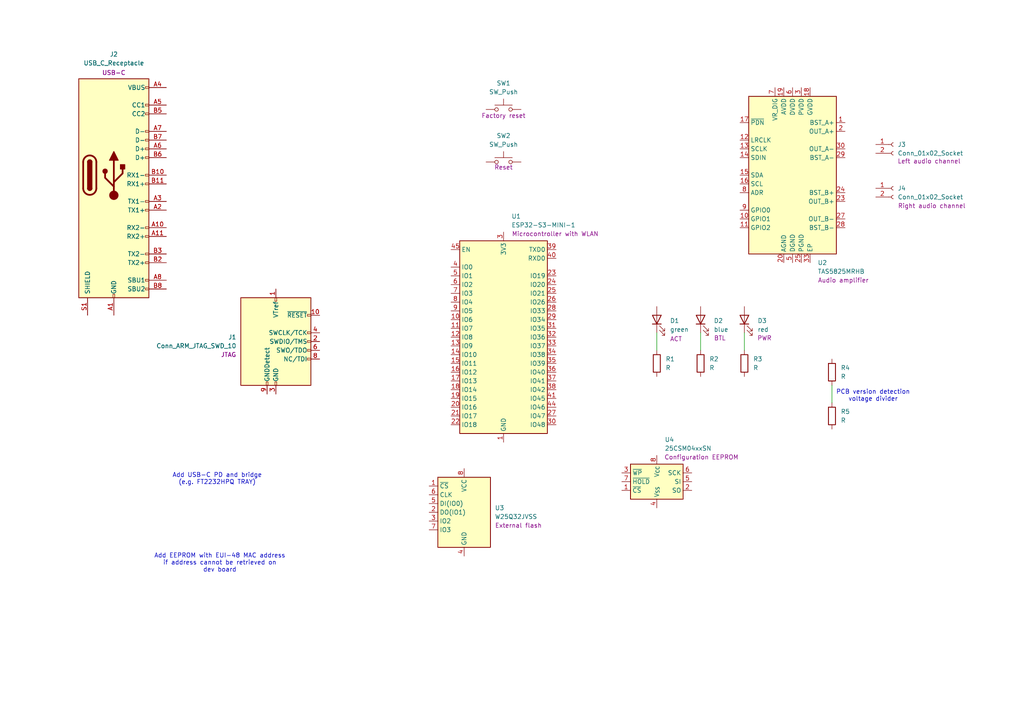
<source format=kicad_sch>
(kicad_sch (version 20231120) (generator "eeschema") (generator_version "8.0")
  (paper "A4")
  (title_block (title "soundbox"))
  (lib_symbols
    (symbol "Amplifier_Audio:TAS5825MRHB"
      (property "Reference" "U" (at -11.43 24.13 0))
      (property "Value" "TAS5825MRHB" (at 13.97 24.13 0))
      (symbol "TAS5825MRHB_0_1"
        (rectangle (start -12.7 22.86) (end 12.7 -22.86) (stroke (width 0.254)) (fill (type background)))
      )
      (symbol "TAS5825MRHB_1_1"
        (pin passive line (at 15.24 15.24 180) (length 2.54) (name "BST_A+") (number "1"))
        (pin bidirectional line (at -15.24 -12.7 0) (length 2.54) (name "GPIO1") (number "10"))
        (pin bidirectional line (at -15.24 -15.24 0) (length 2.54) (name "GPIO2") (number "11"))
        (pin input line (at -15.24 10.16 0) (length 2.54) (name "LRCLK") (number "12"))
        (pin input line (at -15.24 7.62 0) (length 2.54) (name "SCLK") (number "13"))
        (pin input line (at -15.24 5.08 0) (length 2.54) (name "SDIN") (number "14"))
        (pin bidirectional line (at -15.24 0 0) (length 2.54) (name "SDA") (number "15"))
        (pin input line (at -15.24 -2.54 0) (length 2.54) (name "SCL") (number "16"))
        (pin input line (at -15.24 15.24 0) (length 2.54) (name "~{PDN}") (number "17"))
        (pin passive line (at 5.08 25.4 270) (length 2.54) (name "GVDD") (number "18"))
        (pin passive line (at -2.54 25.4 270) (length 2.54) (name "AVDD") (number "19"))
        (pin output line (at 15.24 12.7 180) (length 2.54) (name "OUT_A+") (number "2"))
        (pin power_in line (at -2.54 -25.4 90) (length 2.54) (name "AGND") (number "20"))
        (pin passive line (at 2.54 25.4 270) (length 2.54) hide (name "PVDD") (number "21"))
        (pin passive line (at 2.54 25.4 270) (length 2.54) hide (name "PVDD") (number "22"))
        (pin output line (at 15.24 -7.62 180) (length 2.54) (name "OUT_B+") (number "23"))
        (pin passive line (at 15.24 -5.08 180) (length 2.54) (name "BST_B+") (number "24"))
        (pin power_in line (at 2.54 -25.4 90) (length 2.54) (name "PGND") (number "25"))
        (pin passive line (at 2.54 -25.4 90) (length 2.54) hide (name "PGND") (number "26"))
        (pin output line (at 15.24 -12.7 180) (length 2.54) (name "OUT_B-") (number "27"))
        (pin passive line (at 15.24 -15.24 180) (length 2.54) (name "BST_B-") (number "28"))
        (pin passive line (at 15.24 5.08 180) (length 2.54) (name "BST_A-") (number "29"))
        (pin power_in line (at 2.54 25.4 270) (length 2.54) (name "PVDD") (number "3"))
        (pin output line (at 15.24 7.62 180) (length 2.54) (name "OUT_A-") (number "30"))
        (pin passive line (at 2.54 -25.4 90) (length 2.54) hide (name "PGND") (number "31"))
        (pin passive line (at 2.54 -25.4 90) (length 2.54) hide (name "PGND") (number "32"))
        (pin passive line (at 5.08 -25.4 90) (length 2.54) (name "EP") (number "33"))
        (pin passive line (at 2.54 25.4 270) (length 2.54) hide (name "PVDD") (number "4"))
        (pin power_in line (at 0 -25.4 90) (length 2.54) (name "DGND") (number "5"))
        (pin power_in line (at 0 25.4 270) (length 2.54) (name "DVDD") (number "6"))
        (pin passive line (at -5.08 25.4 270) (length 2.54) (name "VR_DIG") (number "7"))
        (pin passive line (at -15.24 -5.08 0) (length 2.54) (name "ADR") (number "8"))
        (pin bidirectional line (at -15.24 -10.16 0) (length 2.54) (name "GPIO0") (number "9"))
      )
    )
    (symbol "Connector:Conn_01x02_Socket" (pin_names (offset 1.016) hide)
      (property "Reference" "J" (at 0 2.54 0))
      (property "Value" "Conn_01x02_Socket" (at 0 -5.08 0))
      (symbol "Conn_01x02_Socket_1_1"
        (arc (start 0 -2.032) (mid -0.5058 -2.54) (end 0 -3.048) (stroke (width 0.1524)))
        (polyline (pts (xy -1.27 -2.54) (xy -0.508 -2.54)) (stroke (width 0.1524)))
        (polyline (pts (xy -1.27 0) (xy -0.508 0)) (stroke (width 0.1524)))
        (arc (start 0 0.508) (mid -0.5058 0) (end 0 -0.508) (stroke (width 0.1524)))
        (pin passive line (at -5.08 0 0) (length 3.81) (name "Pin_1") (number "1"))
        (pin passive line (at -5.08 -2.54 0) (length 3.81) (name "Pin_2") (number "2"))
      )
    )
    (symbol "Connector:Conn_ARM_JTAG_SWD_10" (pin_names (offset 1.016))
      (property "Reference" "J" (at -2.54 16.51 0))
      (property "Value" "Conn_ARM_JTAG_SWD_10" (at -2.54 13.97 0))
      (symbol "Conn_ARM_JTAG_SWD_10_0_1"
        (rectangle (start -10.16 12.7) (end 10.16 -12.7) (stroke (width 0.254)) (fill (type background)))
        (rectangle (start -2.794 -12.7) (end -2.286 -11.684))
        (rectangle (start -0.254 -12.7) (end 0.254 -11.684))
        (rectangle (start -0.254 12.7) (end 0.254 11.684))
        (rectangle (start 9.144 2.286) (end 10.16 2.794))
        (rectangle (start 10.16 -2.794) (end 9.144 -2.286))
        (rectangle (start 10.16 -0.254) (end 9.144 0.254))
        (rectangle (start 10.16 7.874) (end 9.144 7.366))
      )
      (symbol "Conn_ARM_JTAG_SWD_10_1_1"
        (rectangle (start 9.144 -5.334) (end 10.16 -4.826))
        (pin power_in line (at 0 15.24 270) (length 2.54) (name "VTref") (number "1"))
        (pin open_collector line (at 12.7 7.62 180) (length 2.54) (name "~{RESET}") (number "10"))
        (pin bidirectional line (at 12.7 0 180) (length 2.54) (name "SWDIO/TMS") (number "2"))
        (pin power_in line (at 0 -15.24 90) (length 2.54) (name "GND") (number "3"))
        (pin output line (at 12.7 2.54 180) (length 2.54) (name "SWCLK/TCK") (number "4"))
        (pin passive line (at 0 -15.24 90) (length 2.54) hide (name "GND") (number "5"))
        (pin input line (at 12.7 -2.54 180) (length 2.54) (name "SWO/TDO") (number "6"))
        (pin no_connect line (at -10.16 0 0) (length 2.54) hide (name "KEY") (number "7"))
        (pin output line (at 12.7 -5.08 180) (length 2.54) (name "NC/TDI") (number "8"))
        (pin passive line (at -2.54 -15.24 90) (length 2.54) (name "GNDDetect") (number "9"))
      )
    )
    (symbol "Connector:USB_C_Receptacle" (pin_names (offset 1.016))
      (property "Reference" "J" (at -10.16 29.21 0))
      (property "Value" "USB_C_Receptacle" (at 10.16 29.21 0))
      (symbol "USB_C_Receptacle_0_0"
        (rectangle (start -0.254 -35.56) (end 0.254 -34.544))
        (rectangle (start 10.16 -32.766) (end 9.144 -33.274))
        (rectangle (start 10.16 -30.226) (end 9.144 -30.734))
        (rectangle (start 10.16 -25.146) (end 9.144 -25.654))
        (rectangle (start 10.16 -22.606) (end 9.144 -23.114))
        (rectangle (start 10.16 -17.526) (end 9.144 -18.034))
        (rectangle (start 10.16 -14.986) (end 9.144 -15.494))
        (rectangle (start 10.16 -9.906) (end 9.144 -10.414))
        (rectangle (start 10.16 -7.366) (end 9.144 -7.874))
        (rectangle (start 10.16 -2.286) (end 9.144 -2.794))
        (rectangle (start 10.16 0.254) (end 9.144 -0.254))
        (rectangle (start 10.16 5.334) (end 9.144 4.826))
        (rectangle (start 10.16 7.874) (end 9.144 7.366))
        (rectangle (start 10.16 10.414) (end 9.144 9.906))
        (rectangle (start 10.16 12.954) (end 9.144 12.446))
        (rectangle (start 10.16 18.034) (end 9.144 17.526))
        (rectangle (start 10.16 20.574) (end 9.144 20.066))
        (rectangle (start 10.16 25.654) (end 9.144 25.146))
      )
      (symbol "USB_C_Receptacle_0_1"
        (rectangle (start -10.16 27.94) (end 10.16 -35.56) (stroke (width 0.254)) (fill (type background)))
        (arc (start -8.89 -3.81) (mid -6.985 -5.7067) (end -5.08 -3.81) (stroke (width 0.508)))
        (arc (start -7.62 -3.81) (mid -6.985 -4.4423) (end -6.35 -3.81) (stroke (width 0.254)))
        (arc (start -7.62 -3.81) (mid -6.985 -4.4423) (end -6.35 -3.81) (stroke (width 0.254)) (fill (type outline)))
        (rectangle (start -7.62 -3.81) (end -6.35 3.81) (stroke (width 0.254)) (fill (type outline)))
        (arc (start -6.35 3.81) (mid -6.985 4.4423) (end -7.62 3.81) (stroke (width 0.254)))
        (arc (start -6.35 3.81) (mid -6.985 4.4423) (end -7.62 3.81) (stroke (width 0.254)) (fill (type outline)))
        (arc (start -5.08 3.81) (mid -6.985 5.7067) (end -8.89 3.81) (stroke (width 0.508)))
        (polyline (pts (xy -8.89 -3.81) (xy -8.89 3.81)) (stroke (width 0.508)))
        (polyline (pts (xy -5.08 3.81) (xy -5.08 -3.81)) (stroke (width 0.508)))
      )
      (symbol "USB_C_Receptacle_1_1"
        (circle (center -2.54 1.143) (radius 0.635) (stroke (width 0.254)) (fill (type outline)))
        (circle (center 0 -5.842) (radius 1.27) (fill (type outline)))
        (polyline (pts (xy 0 -5.842) (xy 0 4.318)) (stroke (width 0.508)))
        (polyline (pts (xy 0 -3.302) (xy -2.54 -0.762) (xy -2.54 0.508)) (stroke (width 0.508)))
        (polyline (pts (xy 0 -2.032) (xy 2.54 0.508) (xy 2.54 1.778)) (stroke (width 0.508)))
        (polyline (pts (xy -1.27 4.318) (xy 0 6.858) (xy 1.27 4.318) (xy -1.27 4.318)) (stroke (width 0.254)) (fill (type outline)))
        (rectangle (start 1.905 1.778) (end 3.175 3.048) (stroke (width 0.254)) (fill (type outline)))
        (pin passive line (at 0 -40.64 90) (length 5.08) (name "GND") (number "A1"))
        (pin bidirectional line (at 15.24 -15.24 180) (length 5.08) (name "RX2-") (number "A10"))
        (pin bidirectional line (at 15.24 -17.78 180) (length 5.08) (name "RX2+") (number "A11"))
        (pin passive line (at 0 -40.64 90) (length 5.08) hide (name "GND") (number "A12"))
        (pin bidirectional line (at 15.24 -10.16 180) (length 5.08) (name "TX1+") (number "A2"))
        (pin bidirectional line (at 15.24 -7.62 180) (length 5.08) (name "TX1-") (number "A3"))
        (pin passive line (at 15.24 25.4 180) (length 5.08) (name "VBUS") (number "A4"))
        (pin bidirectional line (at 15.24 20.32 180) (length 5.08) (name "CC1") (number "A5"))
        (pin bidirectional line (at 15.24 7.62 180) (length 5.08) (name "D+") (number "A6"))
        (pin bidirectional line (at 15.24 12.7 180) (length 5.08) (name "D-") (number "A7"))
        (pin bidirectional line (at 15.24 -30.48 180) (length 5.08) (name "SBU1") (number "A8"))
        (pin passive line (at 15.24 25.4 180) (length 5.08) hide (name "VBUS") (number "A9"))
        (pin passive line (at 0 -40.64 90) (length 5.08) hide (name "GND") (number "B1"))
        (pin bidirectional line (at 15.24 0 180) (length 5.08) (name "RX1-") (number "B10"))
        (pin bidirectional line (at 15.24 -2.54 180) (length 5.08) (name "RX1+") (number "B11"))
        (pin passive line (at 0 -40.64 90) (length 5.08) hide (name "GND") (number "B12"))
        (pin bidirectional line (at 15.24 -25.4 180) (length 5.08) (name "TX2+") (number "B2"))
        (pin bidirectional line (at 15.24 -22.86 180) (length 5.08) (name "TX2-") (number "B3"))
        (pin passive line (at 15.24 25.4 180) (length 5.08) hide (name "VBUS") (number "B4"))
        (pin bidirectional line (at 15.24 17.78 180) (length 5.08) (name "CC2") (number "B5"))
        (pin bidirectional line (at 15.24 5.08 180) (length 5.08) (name "D+") (number "B6"))
        (pin bidirectional line (at 15.24 10.16 180) (length 5.08) (name "D-") (number "B7"))
        (pin bidirectional line (at 15.24 -33.02 180) (length 5.08) (name "SBU2") (number "B8"))
        (pin passive line (at 15.24 25.4 180) (length 5.08) hide (name "VBUS") (number "B9"))
        (pin passive line (at -7.62 -40.64 90) (length 5.08) (name "SHIELD") (number "S1"))
      )
    )
    (symbol "Device:LED" (pin_numbers hide) (pin_names (offset 1.016) hide)
      (property "Reference" "D" (at 0 2.54 0))
      (property "Value" "LED" (at 0 -2.54 0))
      (symbol "LED_0_1"
        (polyline (pts (xy -1.27 -1.27) (xy -1.27 1.27)) (stroke (width 0.254)))
        (polyline (pts (xy -1.27 0) (xy 1.27 0)))
        (polyline (pts (xy 1.27 -1.27) (xy 1.27 1.27) (xy -1.27 0) (xy 1.27 -1.27)) (stroke (width 0.254)))
        (polyline (pts (xy -3.048 -0.762) (xy -4.572 -2.286) (xy -3.81 -2.286) (xy -4.572 -2.286) (xy -4.572 -1.524)))
        (polyline (pts (xy -1.778 -0.762) (xy -3.302 -2.286) (xy -2.54 -2.286) (xy -3.302 -2.286) (xy -3.302 -1.524)))
      )
      (symbol "LED_1_1"
        (pin passive line (at -3.81 0 0) (length 2.54) (name "K") (number "1"))
        (pin passive line (at 3.81 0 180) (length 2.54) (name "A") (number "2"))
      )
    )
    (symbol "Device:R" (pin_numbers hide) (pin_names (offset 0))
      (property "Reference" "R" (at 2.032 0 90))
      (property "Value" "R" (at 0 0 90))
      (symbol "R_0_1"
        (rectangle (start -1.016 -2.54) (end 1.016 2.54) (stroke (width 0.254)))
      )
      (symbol "R_1_1"
        (pin passive line (at 0 3.81 270) (length 1.27) (name "~") (number "1"))
        (pin passive line (at 0 -3.81 90) (length 1.27) (name "~") (number "2"))
      )
    )
    (symbol "Memory_EEPROM:25CSM04xxSN"
      (property "Reference" "U3" (at 1.9559 8.89 0))
      (property "Value" "25CSM04xxSN" (at 1.9559 6.35 0))
      (symbol "25CSM04xxSN_1_1"
        (rectangle (start -7.62 5.08) (end 7.62 -5.08) (stroke (width 0.254)) (fill (type background)))
        (pin input line (at -10.16 -2.54 0) (length 2.54) (name "~{CS}") (number "1"))
        (pin tri_state line (at 10.16 -2.54 180) (length 2.54) (name "SO") (number "2"))
        (pin input line (at -10.16 2.54 0) (length 2.54) (name "~{WP}") (number "3"))
        (pin power_in line (at 0 -7.62 90) (length 2.54) (name "V_{SS}") (number "4"))
        (pin input line (at 10.16 0 180) (length 2.54) (name "SI") (number "5"))
        (pin input line (at 10.16 2.54 180) (length 2.54) (name "SCK") (number "6"))
        (pin input line (at -10.16 0 0) (length 2.54) (name "~{HOLD}") (number "7"))
        (pin power_in line (at 0 7.62 270) (length 2.54) (name "V_{CC}") (number "8"))
      )
    )
    (symbol "Memory_Flash:W25Q32JVSS"
      (property "Reference" "U" (at -6.35 11.43 0))
      (property "Value" "W25Q32JVSS" (at 7.62 11.43 0))
      (symbol "W25Q32JVSS_0_1"
        (rectangle (start -7.62 10.16) (end 7.62 -10.16) (stroke (width 0.254)) (fill (type background)))
      )
      (symbol "W25Q32JVSS_1_1"
        (pin input line (at -10.16 7.62 0) (length 2.54) (name "~{CS}") (number "1"))
        (pin bidirectional line (at -10.16 0 0) (length 2.54) (name "DO(IO1)") (number "2"))
        (pin bidirectional line (at -10.16 -2.54 0) (length 2.54) (name "IO2") (number "3"))
        (pin power_in line (at 0 -12.7 90) (length 2.54) (name "GND") (number "4"))
        (pin bidirectional line (at -10.16 2.54 0) (length 2.54) (name "DI(IO0)") (number "5"))
        (pin input line (at -10.16 5.08 0) (length 2.54) (name "CLK") (number "6"))
        (pin bidirectional line (at -10.16 -5.08 0) (length 2.54) (name "IO3") (number "7"))
        (pin power_in line (at 0 12.7 270) (length 2.54) (name "VCC") (number "8"))
      )
    )
    (symbol "RF_Module:ESP32-S3-MINI-1"
      (property "Reference" "U" (at -11.43 29.21 0))
      (property "Value" "ESP32-S3-MINI-1" (at 12.7 29.21 0))
      (symbol "ESP32-S3-MINI-1_0_1"
        (rectangle (start -12.7 27.94) (end 12.7 -27.94) (stroke (width 0.254)) (fill (type background)))
      )
      (symbol "ESP32-S3-MINI-1_1_1"
        (pin power_in line (at 0 -30.48 90) (length 2.54) (name "GND") (number "1"))
        (pin bidirectional line (at -15.24 5.08 0) (length 2.54) (name "IO6") (number "10"))
        (pin bidirectional line (at -15.24 2.54 0) (length 2.54) (name "IO7") (number "11"))
        (pin bidirectional line (at -15.24 0 0) (length 2.54) (name "IO8") (number "12"))
        (pin bidirectional line (at -15.24 -2.54 0) (length 2.54) (name "IO9") (number "13"))
        (pin bidirectional line (at -15.24 -5.08 0) (length 2.54) (name "IO10") (number "14"))
        (pin bidirectional line (at -15.24 -7.62 0) (length 2.54) (name "IO11") (number "15"))
        (pin bidirectional line (at -15.24 -10.16 0) (length 2.54) (name "IO12") (number "16"))
        (pin bidirectional line (at -15.24 -12.7 0) (length 2.54) (name "IO13") (number "17"))
        (pin bidirectional line (at -15.24 -15.24 0) (length 2.54) (name "IO14") (number "18"))
        (pin bidirectional line (at -15.24 -17.78 0) (length 2.54) (name "IO15") (number "19"))
        (pin passive line (at 0 -30.48 90) (length 2.54) hide (name "GND") (number "2"))
        (pin bidirectional line (at -15.24 -20.32 0) (length 2.54) (name "IO16") (number "20"))
        (pin bidirectional line (at -15.24 -22.86 0) (length 2.54) (name "IO17") (number "21"))
        (pin bidirectional line (at -15.24 -25.4 0) (length 2.54) (name "IO18") (number "22"))
        (pin bidirectional line (at 15.24 17.78 180) (length 2.54) (name "IO19") (number "23"))
        (pin bidirectional line (at 15.24 15.24 180) (length 2.54) (name "IO20") (number "24"))
        (pin bidirectional line (at 15.24 12.7 180) (length 2.54) (name "IO21") (number "25"))
        (pin bidirectional line (at 15.24 10.16 180) (length 2.54) (name "IO26") (number "26"))
        (pin bidirectional line (at 15.24 -22.86 180) (length 2.54) (name "IO47") (number "27"))
        (pin bidirectional line (at 15.24 7.62 180) (length 2.54) (name "IO33") (number "28"))
        (pin bidirectional line (at 15.24 5.08 180) (length 2.54) (name "IO34") (number "29"))
        (pin power_in line (at 0 30.48 270) (length 2.54) (name "3V3") (number "3"))
        (pin bidirectional line (at 15.24 -25.4 180) (length 2.54) (name "IO48") (number "30"))
        (pin bidirectional line (at 15.24 2.54 180) (length 2.54) (name "IO35") (number "31"))
        (pin bidirectional line (at 15.24 0 180) (length 2.54) (name "IO36") (number "32"))
        (pin bidirectional line (at 15.24 -2.54 180) (length 2.54) (name "IO37") (number "33"))
        (pin bidirectional line (at 15.24 -5.08 180) (length 2.54) (name "IO38") (number "34"))
        (pin bidirectional line (at 15.24 -7.62 180) (length 2.54) (name "IO39") (number "35"))
        (pin bidirectional line (at 15.24 -10.16 180) (length 2.54) (name "IO40") (number "36"))
        (pin bidirectional line (at 15.24 -12.7 180) (length 2.54) (name "IO41") (number "37"))
        (pin bidirectional line (at 15.24 -15.24 180) (length 2.54) (name "IO42") (number "38"))
        (pin bidirectional line (at 15.24 25.4 180) (length 2.54) (name "TXD0") (number "39"))
        (pin bidirectional line (at -15.24 20.32 0) (length 2.54) (name "IO0") (number "4"))
        (pin bidirectional line (at 15.24 22.86 180) (length 2.54) (name "RXD0") (number "40"))
        (pin bidirectional line (at 15.24 -17.78 180) (length 2.54) (name "IO45") (number "41"))
        (pin passive line (at 0 -30.48 90) (length 2.54) hide (name "GND") (number "42"))
        (pin passive line (at 0 -30.48 90) (length 2.54) hide (name "GND") (number "43"))
        (pin bidirectional line (at 15.24 -20.32 180) (length 2.54) (name "IO46") (number "44"))
        (pin input line (at -15.24 25.4 0) (length 2.54) (name "EN") (number "45"))
        (pin passive line (at 0 -30.48 90) (length 2.54) hide (name "GND") (number "46"))
        (pin passive line (at 0 -30.48 90) (length 2.54) hide (name "GND") (number "47"))
        (pin passive line (at 0 -30.48 90) (length 2.54) hide (name "GND") (number "48"))
        (pin passive line (at 0 -30.48 90) (length 2.54) hide (name "GND") (number "49"))
        (pin bidirectional line (at -15.24 17.78 0) (length 2.54) (name "IO1") (number "5"))
        (pin passive line (at 0 -30.48 90) (length 2.54) hide (name "GND") (number "50"))
        (pin passive line (at 0 -30.48 90) (length 2.54) hide (name "GND") (number "51"))
        (pin passive line (at 0 -30.48 90) (length 2.54) hide (name "GND") (number "52"))
        (pin passive line (at 0 -30.48 90) (length 2.54) hide (name "GND") (number "53"))
        (pin passive line (at 0 -30.48 90) (length 2.54) hide (name "GND") (number "54"))
        (pin passive line (at 0 -30.48 90) (length 2.54) hide (name "GND") (number "55"))
        (pin passive line (at 0 -30.48 90) (length 2.54) hide (name "GND") (number "56"))
        (pin passive line (at 0 -30.48 90) (length 2.54) hide (name "GND") (number "57"))
        (pin passive line (at 0 -30.48 90) (length 2.54) hide (name "GND") (number "58"))
        (pin passive line (at 0 -30.48 90) (length 2.54) hide (name "GND") (number "59"))
        (pin bidirectional line (at -15.24 15.24 0) (length 2.54) (name "IO2") (number "6"))
        (pin passive line (at 0 -30.48 90) (length 2.54) hide (name "GND") (number "60"))
        (pin passive line (at 0 -30.48 90) (length 2.54) hide (name "GND") (number "61"))
        (pin passive line (at 0 -30.48 90) (length 2.54) hide (name "GND") (number "62"))
        (pin passive line (at 0 -30.48 90) (length 2.54) hide (name "GND") (number "63"))
        (pin passive line (at 0 -30.48 90) (length 2.54) hide (name "GND") (number "64"))
        (pin passive line (at 0 -30.48 90) (length 2.54) hide (name "GND") (number "65"))
        (pin bidirectional line (at -15.24 12.7 0) (length 2.54) (name "IO3") (number "7"))
        (pin bidirectional line (at -15.24 10.16 0) (length 2.54) (name "IO4") (number "8"))
        (pin bidirectional line (at -15.24 7.62 0) (length 2.54) (name "IO5") (number "9"))
      )
    )
    (symbol "Switch:SW_Push" (pin_numbers hide) (pin_names (offset 1.016) hide)
      (property "Reference" "SW" (at 1.27 2.54 0))
      (property "Value" "SW_Push" (at 0 -1.524 0))
      (symbol "SW_Push_0_1"
        (circle (center -2.032 0) (radius 0.508))
        (polyline (pts (xy 0 1.27) (xy 0 3.048)))
        (polyline (pts (xy 2.54 1.27) (xy -2.54 1.27)))
        (circle (center 2.032 0) (radius 0.508))
        (pin passive line (at -5.08 0 0) (length 2.54) (name "1") (number "1"))
        (pin passive line (at 5.08 0 180) (length 2.54) (name "2") (number "2"))
      )
    )
  )
  (wire (pts (xy 190.5 96.52) (xy 190.5 101.6)))
  (wire (pts (xy 241.3 111.76) (xy 241.3 116.84)))
  (wire (pts (xy 203.2 96.52) (xy 203.2 101.6)))
  (wire (pts (xy 215.9 96.52) (xy 215.9 101.6)))
  (text "Add EEPROM with EUI-48 MAC address\nif address cannot be retrieved on\ndev board" (at 63.754 163.322 0) (effects (font (size 1.27 1.27))))
  (text "Add USB-C PD and bridge\n(e.g. FT2232HPQ TRAY)" (at 62.992 138.938 0) (effects (font (size 1.27 1.27))))
  (text "PCB version detection\nvoltage divider" (at 253.238 114.808 0) (effects (font (size 1.27 1.27))))
  (symbol (lib_id "RF_Module:ESP32-S3-MINI-1") (at 146.05 97.79 0) (unit 1)
    (property "Reference" "U1" (at 148.336 62.738 0) (effects (justify left)))
    (property "Value" "ESP32-S3-MINI-1" (at 148.336 65.278 0) (effects (justify left)))
    (property "Footprint" "RF_Module:ESP32-S2-MINI-1" (effects (hide yes)))
    (property "Datasheet" "https://www.espressif.com/sites/default/files/documentation/esp32-s3-mini-1_mini-1u_datasheet_en.pdf" (effects (hide yes)))
    (property "Description" "Microcontroller with WLAN" (at 161.036 67.818 0))
  )
  (symbol (lib_id "Memory_Flash:W25Q32JVSS") (at 134.62 148.59 0) (unit 1)
    (property "Reference" "U3" (at 143.51 147.3199 0) (effects (justify left)))
    (property "Value" "W25Q32JVSS" (at 143.51 149.8599 0) (effects (justify left)))
    (property "Footprint" "Package_SO:SOIC-8_5.23x5.23mm_P1.27mm" (effects (hide yes)))
    (property "Datasheet" "http://www.winbond.com/resource-files/w25q32jv%20revg%2003272018%20plus.pdf" (effects (hide yes)))
    (property "Description" "External flash" (at 150.368 152.4 0))
  )
  (symbol (lib_id "Connector:Conn_ARM_JTAG_SWD_10") (at 80.01 99.06 0) (unit 1)
    (property "Reference" "J1" (at 68.58 97.7899 0) (effects (justify right)))
    (property "Value" "Conn_ARM_JTAG_SWD_10" (at 68.58 100.3299 0) (effects (justify right)))
    (property "Datasheet" "http://infocenter.arm.com/help/topic/com.arm.doc.ddi0314h/DDI0314H_coresight_components_trm.pdf" (effects (hide yes)))
    (property "Description" "JTAG" (at 66.294 102.87 0))
  )
  (symbol (lib_id "Switch:SW_Push") (at 146.05 46.99 0) (unit 1)
    (property "Reference" "SW2" (at 146.05 39.37 0))
    (property "Value" "SW_Push" (at 146.05 41.91 0))
    (property "Footprint" "Button_Switch_SMD:SW_SPST_TL3305A" (effects (hide yes)))
    (property "Description" "Reset" (at 146.05 48.514 0))
  )
  (symbol (lib_id "Connector:Conn_01x02_Socket") (at 259.08 54.61 0) (unit 1)
    (property "Reference" "J4" (at 260.35 54.6099 0) (effects (justify left)))
    (property "Value" "Conn_01x02_Socket" (at 260.35 57.1499 0) (effects (justify left)))
    (property "Description" "Right audio channel" (at 270.256 59.69 0))
  )
  (symbol (lib_id "Connector:Conn_01x02_Socket") (at 259.08 41.91 0) (unit 1)
    (property "Reference" "J3" (at 260.35 41.9099 0) (effects (justify left)))
    (property "Value" "Conn_01x02_Socket" (at 260.35 44.4499 0) (effects (justify left)))
    (property "Description" "Left audio channel" (at 269.494 46.736 0))
  )
  (symbol (lib_id "Device:R") (at 215.9 105.41 0) (unit 1)
    (property "Reference" "R3" (at 218.44 104.1399 0) (effects (justify left)))
    (property "Value" "R" (at 218.44 106.6799 0) (effects (justify left)))
    (property "Description" "Resistor" (effects (hide yes)))
  )
  (symbol (lib_id "Connector:USB_C_Receptacle") (at 33.02 50.8 0) (unit 1)
    (property "Reference" "J2" (at 33.02 15.748 0))
    (property "Value" "USB_C_Receptacle" (at 33.02 18.288 0))
    (property "Datasheet" "https://www.usb.org/sites/default/files/documents/usb_type-c.zip" (effects (hide yes)))
    (property "Description" "USB-C" (at 33.02 21.082 0))
  )
  (symbol (lib_id "Switch:SW_Push") (at 146.05 31.75 0) (unit 1)
    (property "Reference" "SW1" (at 146.05 24.13 0))
    (property "Value" "SW_Push" (at 146.05 26.67 0))
    (property "Footprint" "Button_Switch_SMD:SW_SPST_TL3305A" (effects (hide yes)))
    (property "Description" "Factory reset" (at 146.05 33.528 0))
  )
  (symbol (lib_id "Memory_EEPROM:25CSM04xxSN") (at 190.5 139.7 0) (unit 1)
    (property "Reference" "U4" (at 192.786 127.508 0) (effects (justify left)))
    (property "Value" "25CSM04xxSN" (at 192.786 130.048 0) (effects (justify left)))
    (property "Footprint" "Package_SO:SOIC-8_3.9x4.9mm_P1.27mm" (effects (hide yes)))
    (property "Datasheet" "https://ww1.microchip.com/downloads/aemDocuments/documents/MPD/ProductDocuments/DataSheets/25CSM04-4-Mbit-SPI-Serial-EEPROM-With-128-Bit-Serial-Number-and-Enhanced-Write-Protection-20005817C.pdf" (effects (hide yes)))
    (property "Description" "Configuration EEPROM" (at 203.454 132.588 0))
  )
  (symbol (lib_id "Device:R") (at 203.2 105.41 0) (unit 1)
    (property "Reference" "R2" (at 205.74 104.1399 0) (effects (justify left)))
    (property "Value" "R" (at 205.74 106.6799 0) (effects (justify left)))
    (property "Description" "Resistor" (effects (hide yes)))
  )
  (symbol (lib_id "Amplifier_Audio:TAS5825MRHB") (at 229.87 50.8 0) (unit 1)
    (property "Reference" "U2" (at 237.1441 76.2 0) (effects (justify left)))
    (property "Value" "TAS5825MRHB" (at 237.1441 78.74 0) (effects (justify left)))
    (property "Footprint" "Package_DFN_QFN:VQFN-32-1EP_5x5mm_P0.5mm_EP3.1x3.1mm" (effects (hide yes)))
    (property "Datasheet" "www.ti.com/lit/ds/symlink/tas5825m.pdf" (effects (hide yes)))
    (property "Description" "Audio amplifier" (at 244.602 81.28 0))
  )
  (symbol (lib_id "Device:R") (at 241.3 120.65 0) (unit 1)
    (property "Reference" "R5" (at 243.84 119.3799 0) (effects (justify left)))
    (property "Value" "R" (at 243.84 121.9199 0) (effects (justify left)))
    (property "Description" "Resistor" (effects (hide yes)))
  )
  (symbol (lib_id "Device:LED") (at 190.5 92.71 90) (unit 1)
    (property "Reference" "D1" (at 194.31 93.0274 90) (effects (justify right)))
    (property "Value" "green" (at 194.31 95.5674 90) (effects (justify right)))
    (property "Description" "ACT" (at 196.088 98.298 90))
  )
  (symbol (lib_id "Device:R") (at 241.3 107.95 0) (unit 1)
    (property "Reference" "R4" (at 243.84 106.6799 0) (effects (justify left)))
    (property "Value" "R" (at 243.84 109.2199 0) (effects (justify left)))
    (property "Description" "Resistor" (effects (hide yes)))
  )
  (symbol (lib_id "Device:R") (at 190.5 105.41 0) (unit 1)
    (property "Reference" "R1" (at 193.04 104.1399 0) (effects (justify left)))
    (property "Value" "R" (at 193.04 106.6799 0) (effects (justify left)))
    (property "Description" "Resistor" (effects (hide yes)))
  )
  (symbol (lib_id "Device:LED") (at 215.9 92.71 90) (unit 1)
    (property "Reference" "D3" (at 219.71 93.0274 90) (effects (justify right)))
    (property "Value" "red" (at 219.71 95.5674 90) (effects (justify right)))
    (property "Description" "PWR" (at 221.742 98.044 90))
  )
  (symbol (lib_id "Device:LED") (at 203.2 92.71 90) (unit 1)
    (property "Reference" "D2" (at 207.01 93.0274 90) (effects (justify right)))
    (property "Value" "blue" (at 207.01 95.5674 90) (effects (justify right)))
    (property "Description" "BTL" (at 208.788 98.044 90))
  )
)
</source>
